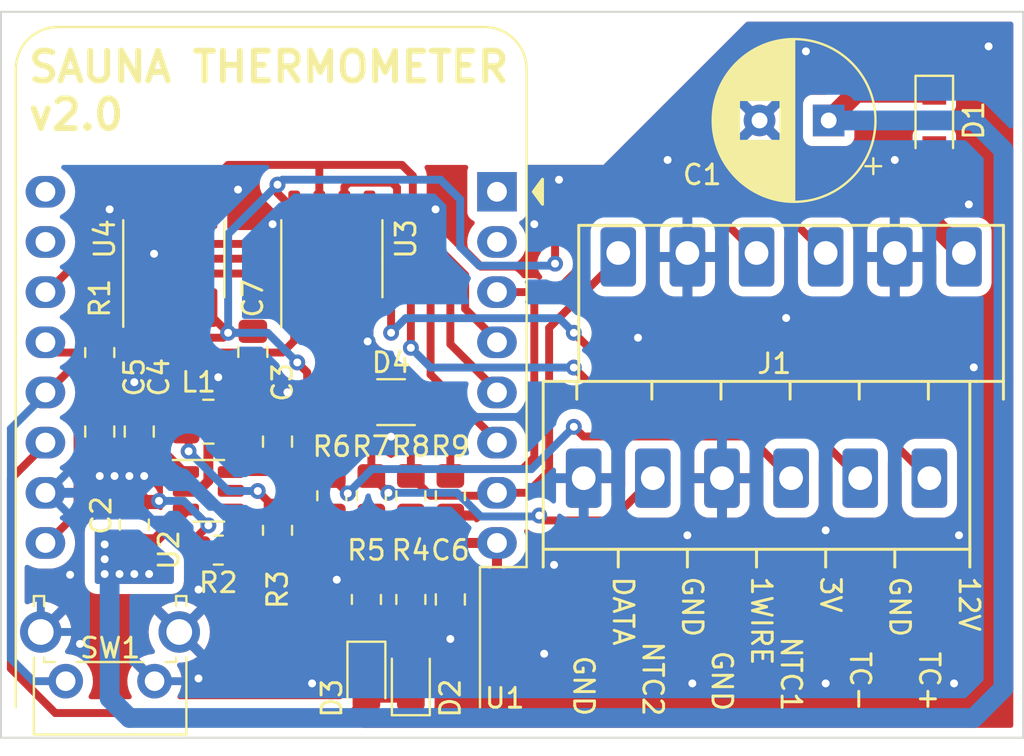
<source format=kicad_pcb>
(kicad_pcb (version 20211014) (generator pcbnew)
  (layers (0 "F.Cu" signal) (31 "B.Cu" signal) (34 "B.Paste" user) (35 "F.Paste" user) (36 "B.SilkS" user "B.Silkscreen") (37 "F.SilkS" user "F.Silkscreen") (38 "B.Mask" user) (39 "F.Mask" user) (44 "Edge.Cuts" user))
  (net 0 "")
  (net 1 "+12V")
  (net 2 "GND")
  (net 3 "+5V")
  (net 4 "+3V3")
  (net 5 "/LED")
  (net 6 "/ONEWIRE")
  (net 7 "/DOUT")
  (net 8 "/NTC1")
  (net 9 "/NTC2")
  (net 10 "/TP")
  (net 11 "/TM")
  (net 12 "/BTN")
  (net 13 "Net-(R2-Pad1)")
  (net 16 "/SCK")
  (net 17 "/MISO")
  (net 18 "/MOSI")
  (net 19 "/ADC_CS#")
  (net 20 "/TC_CS#")
  (net 24 "Net-(C3-Pad1)")
  (net 25 "Net-(C3-Pad2)")
  (net 26 "Net-(D2-Pad2)")
  (net 27 "Net-(D3-Pad1)")
  (net 28 "/+12VIN")
  (footprint "Resistor_SMD:R_0805_2012Metric_Pad1.20x1.40mm_HandSolder" (layer "F.Cu") (at 149.5 72 90)
    (fp_text reference "R9" (at 2.49 0 180) (layer "F.SilkS"))
    (fp_text value "4K7")
    (pad "1" smd roundrect (at -1 0 90) (size 1.2 1.4) (layers "F.Cu" "F.Paste" "F.Mask") (roundrect_rratio 0.2083333333) (net 4 "+3V3"))
    (pad "2" smd roundrect (at 1 0 90) (size 1.2 1.4) (layers "F.Cu" "F.Paste" "F.Mask") (roundrect_rratio 0.2083333333) (net 6 "/ONEWIRE"))
  )
  (footprint "th_hw2:WEMOS_D1_mini_light_flip" (layer "F.Cu") (at 129 56.61)
    (fp_text reference "U1" (at 23.25 25.64) (layer "F.SilkS"))
    (fp_text value "WeMos_D1_mini")
    (pad "1" thru_hole rect locked (at 22.86 0) (size 2 2) (drill 1) (layers *.Cu *.Mask))
    (pad "2" thru_hole oval locked (at 22.86 2.54) (size 2 1.6) (drill 1) (layers *.Cu *.Mask))
    (pad "3" thru_hole oval locked (at 22.86 5.08) (size 2 1.6) (drill 1) (layers *.Cu *.Mask) (net 6 "/ONEWIRE"))
    (pad "4" thru_hole oval locked (at 22.86 7.62) (size 2 1.6) (drill 1) (layers *.Cu *.Mask) (net 16 "/SCK"))
    (pad "5" thru_hole oval locked (at 22.86 10.16) (size 2 1.6) (drill 1) (layers *.Cu *.Mask) (net 17 "/MISO"))
    (pad "6" thru_hole oval locked (at 22.86 12.7) (size 2 1.6) (drill 1) (layers *.Cu *.Mask) (net 18 "/MOSI"))
    (pad "7" thru_hole oval locked (at 22.86 15.24) (size 2 1.6) (drill 1) (layers *.Cu *.Mask) (net 7 "/DOUT"))
    (pad "8" thru_hole oval locked (at 22.86 17.78) (size 2 1.6) (drill 1) (layers *.Cu *.Mask) (net 4 "+3V3"))
    (pad "9" thru_hole oval locked (at 0 17.78) (size 2 1.6) (drill 1) (layers *.Cu *.Mask) (net 3 "+5V"))
    (pad "10" thru_hole oval locked (at 0 15.24) (size 2 1.6) (drill 1) (layers *.Cu *.Mask) (net 2 "GND"))
    (pad "11" thru_hole oval locked (at 0 12.7) (size 2 1.6) (drill 1) (layers *.Cu *.Mask) (net 5 "/LED"))
    (pad "12" thru_hole oval locked (at 0 10.16) (size 2 1.6) (drill 1) (layers *.Cu *.Mask) (net 12 "/BTN"))
    (pad "13" thru_hole oval locked (at 0 7.62) (size 2 1.6) (drill 1) (layers *.Cu *.Mask) (net 19 "/ADC_CS#"))
    (pad "14" thru_hole oval locked (at 0 5.08) (size 2 1.6) (drill 1) (layers *.Cu *.Mask) (net 20 "/TC_CS#"))
    (pad "15" thru_hole oval locked (at 0 2.54) (size 2 1.6) (drill 1) (layers *.Cu *.Mask))
    (pad "16" thru_hole oval locked (at 0 0) (size 2 1.6) (drill 1) (layers *.Cu *.Mask))
  )
  (footprint "Resistor_SMD:R_0805_2012Metric_Pad1.20x1.40mm_HandSolder" (layer "F.Cu") (at 145.25 77.25 90)
    (fp_text reference "R5" (at 2.49 0 180) (layer "F.SilkS"))
    (fp_text value "120")
    (pad "1" smd roundrect (at -1 0 90) (size 1.2 1.4) (layers "F.Cu" "F.Paste" "F.Mask") (roundrect_rratio 0.2083333333) (net 27 "Net-(D3-Pad1)"))
    (pad "2" smd roundrect (at 1 0 90) (size 1.2 1.4) (layers "F.Cu" "F.Paste" "F.Mask") (roundrect_rratio 0.2083333333) (net 2 "GND"))
  )
  (footprint "Package_TO_SOT_SMD:SOT-353_SC-70-5" (layer "F.Cu") (at 146.5 67.26 180)
    (fp_text reference "D4" (at 0 2) (layer "F.SilkS"))
    (fp_text value "PESD3V3L4UG")
    (pad "1" smd rect (at -0.95 -0.65 180) (size 0.65 0.4) (layers "F.Cu" "F.Paste" "F.Mask") (net 7 "/DOUT"))
    (pad "2" smd rect (at -0.95 0 180) (size 0.65 0.4) (layers "F.Cu" "F.Paste" "F.Mask") (net 2 "GND"))
    (pad "3" smd rect (at -0.95 0.65 180) (size 0.65 0.4) (layers "F.Cu" "F.Paste" "F.Mask") (net 6 "/ONEWIRE"))
    (pad "4" smd rect (at 0.95 0.65 180) (size 0.65 0.4) (layers "F.Cu" "F.Paste" "F.Mask") (net 8 "/NTC1"))
    (pad "5" smd rect (at 0.95 -0.65 180) (size 0.65 0.4) (layers "F.Cu" "F.Paste" "F.Mask") (net 9 "/NTC2"))
  )
  (footprint "Inductor_SMD:L_1008_2520Metric_Pad1.43x2.20mm_HandSolder" (layer "F.Cu") (at 137.25 68.25 180)
    (fp_text reference "L1" (at 0.5 2 180) (layer "F.SilkS"))
    (fp_text value "1.5uH")
    (pad "1" smd roundrect (at -1.1625 0 180) (size 1.425 2.2) (layers "F.Cu" "F.Paste" "F.Mask") (roundrect_rratio 0.1754392982) (net 25 "Net-(C3-Pad2)"))
    (pad "2" smd roundrect (at 1.1625 0 180) (size 1.425 2.2) (layers "F.Cu" "F.Paste" "F.Mask") (roundrect_rratio 0.1754392982) (net 3 "+5V"))
  )
  (footprint "Button_Switch_THT:SW_Tactile_SPST_Angled_PTS645Vx31-2LFS" (layer "F.Cu") (at 134.525 81.3875 180)
    (fp_text reference "SW1" (at 2.25 1.68) (layer "F.SilkS"))
    (fp_text value "SW_Push")
    (pad "" thru_hole circle (at 5.76 2.49 180) (size 2.1 2.1) (drill 1.3) (layers *.Cu *.Mask) (net 2 "GND"))
    (pad "" thru_hole circle (at -1.25 2.49 180) (size 2.1 2.1) (drill 1.3) (layers *.Cu *.Mask) (net 2 "GND"))
    (pad "1" thru_hole circle (at 0 0 180) (size 1.75 1.75) (drill 0.99) (layers *.Cu *.Mask) (net 2 "GND"))
    (pad "2" thru_hole circle (at 4.5 0 180) (size 1.75 1.75) (drill 0.99) (layers *.Cu *.Mask) (net 12 "/BTN"))
  )
  (footprint "LED_SMD:LED_0805_2012Metric_Pad1.15x1.40mm_HandSolder" (layer "F.Cu") (at 147.5 81.25 90)
    (fp_text reference "D2" (at -1 2 90) (layer "F.SilkS"))
    (fp_text value "0603 RED")
    (pad "1" smd roundrect (at -1.025 0 90) (size 1.15 1.4) (layers "F.Cu" "F.Paste" "F.Mask") (roundrect_rratio 0.2173913043) (net 5 "/LED"))
    (pad "2" smd roundrect (at 1.025 0 90) (size 1.15 1.4) (layers "F.Cu" "F.Paste" "F.Mask") (roundrect_rratio 0.2173913043) (net 26 "Net-(D2-Pad2)"))
  )
  (footprint "Capacitor_SMD:C_0805_2012Metric_Pad1.18x1.45mm_HandSolder" (layer "F.Cu") (at 139.5 64.7125 -90)
    (fp_text reference "C7" (at -2.7125 0 90) (layer "F.SilkS"))
    (fp_text value "100nF")
    (pad "1" smd roundrect (at -1.0375 0 270) (size 1.175 1.45) (layers "F.Cu" "F.Paste" "F.Mask") (roundrect_rratio 0.2127659574) (net 4 "+3V3"))
    (pad "2" smd roundrect (at 1.0375 0 270) (size 1.175 1.45) (layers "F.Cu" "F.Paste" "F.Mask") (roundrect_rratio 0.2127659574) (net 2 "GND"))
  )
  (footprint "Capacitor_SMD:C_0805_2012Metric_Pad1.18x1.45mm_HandSolder" (layer "F.Cu") (at 140.75 69.26 90)
    (fp_text reference "C3" (at 3 0.25 90) (layer "F.SilkS"))
    (fp_text value "100nF")
    (pad "1" smd roundrect (at -1.0375 0 90) (size 1.175 1.45) (layers "F.Cu" "F.Paste" "F.Mask") (roundrect_rratio 0.2127659574) (net 24 "Net-(C3-Pad1)"))
    (pad "2" smd roundrect (at 1.0375 0 90) (size 1.175 1.45) (layers "F.Cu" "F.Paste" "F.Mask") (roundrect_rratio 0.2127659574) (net 25 "Net-(C3-Pad2)"))
  )
  (footprint "th_hw2:PHO_MKKDS_1_6_3.5" (layer "F.Cu") (at 165.9 66.11)
    (fp_text reference "J1" (at 0 -0.8 unlocked) (layer "F.SilkS"))
    (fp_text value "MKKDS_1_6_3.5")
    (pad "1" thru_hole roundrect (at 9.6 -6.4 180) (size 1.8 3) (drill 1.2 (offset 0 -0.2)) (layers *.Cu *.Mask) (roundrect_rratio 0.1388888889) (net 1 "+12V"))
    (pad "2" thru_hole roundrect (at 6.1 -6.4 180) (size 1.8 3) (drill 1.2 (offset 0 -0.2)) (layers *.Cu *.Mask) (roundrect_rratio 0.1388888889) (net 2 "GND"))
    (pad "3" thru_hole roundrect (at 2.6 -6.4 180) (size 1.8 3) (drill 1.2 (offset 0 -0.2)) (layers *.Cu *.Mask) (roundrect_rratio 0.1388888889) (net 4 "+3V3"))
    (pad "4" thru_hole roundrect (at -0.9 -6.4 180) (size 1.8 3) (drill 1.2 (offset 0 -0.2)) (layers *.Cu *.Mask) (roundrect_rratio 0.1388888889) (net 6 "/ONEWIRE"))
    (pad "5" thru_hole roundrect (at -4.4 -6.4 180) (size 1.8 3) (drill 1.2 (offset 0 -0.2)) (layers *.Cu *.Mask) (roundrect_rratio 0.1388888889) (net 2 "GND"))
    (pad "6" thru_hole roundrect (at -7.9 -6.4 180) (size 1.8 3) (drill 1.2 (offset 0 -0.2)) (layers *.Cu *.Mask) (roundrect_rratio 0.1388888889) (net 7 "/DOUT"))
    (pad "7" thru_hole roundrect (at 7.85 5 180) (size 1.8 3) (drill 1.2) (layers *.Cu *.Mask) (roundrect_rratio 0.1388888889) (net 10 "/TP"))
    (pad "8" thru_hole roundrect (at 4.35 5 180) (size 1.8 3) (drill 1.2) (layers *.Cu *.Mask) (roundrect_rratio 0.1388888889) (net 11 "/TM"))
    (pad "9" thru_hole roundrect (at 0.85 5 180) (size 1.8 3) (drill 1.2) (layers *.Cu *.Mask) (roundrect_rratio 0.1388888889) (net 8 "/NTC1"))
    (pad "10" thru_hole roundrect (at -2.65 5 180) (size 1.8 3) (drill 1.2) (layers *.Cu *.Mask) (roundrect_rratio 0.1388888889) (net 2 "GND"))
    (pad "11" thru_hole roundrect (at -6.15 5 180) (size 1.8 3) (drill 1.2) (layers *.Cu *.Mask) (roundrect_rratio 0.1388888889) (net 9 "/NTC2"))
    (pad "12" thru_hole roundrect (at -9.65 5 180) (size 1.8 3) (drill 1.2) (layers *.Cu *.Mask) (roundrect_rratio 0.1388888889) (net 2 "GND"))
  )
  (footprint "Capacitor_SMD:C_0805_2012Metric_Pad1.18x1.45mm_HandSolder" (layer "F.Cu") (at 133.75 68.75 -90)
    (fp_text reference "C4" (at -2.75 -1 90) (layer "F.SilkS"))
    (fp_text value "22uF 10V 1210")
    (pad "1" smd roundrect (at -1.0375 0 270) (size 1.175 1.45) (layers "F.Cu" "F.Paste" "F.Mask") (roundrect_rratio 0.2127659574) (net 3 "+5V"))
    (pad "2" smd roundrect (at 1.0375 0 270) (size 1.175 1.45) (layers "F.Cu" "F.Paste" "F.Mask") (roundrect_rratio 0.2127659574) (net 2 "GND"))
  )
  (footprint "Package_SO:SOIC-8_3.9x4.9mm_P1.27mm" (layer "F.Cu") (at 135.5 60 90)
    (fp_text reference "U4" (at 1 -3.5 90) (layer "F.SilkS"))
    (fp_text value "MAX31855KASA")
    (pad "1" smd roundrect (at -2.475 -1.905 90) (size 1.95 0.6) (layers "F.Cu" "F.Paste" "F.Mask") (net 2 "GND"))
    (pad "2" smd roundrect (at -2.475 -0.635 90) (size 1.95 0.6) (layers "F.Cu" "F.Paste" "F.Mask") (net 11 "/TM"))
    (pad "3" smd roundrect (at -2.475 0.635 90) (size 1.95 0.6) (layers "F.Cu" "F.Paste" "F.Mask") (net 10 "/TP"))
    (pad "4" smd roundrect (at -2.475 1.905 90) (size 1.95 0.6) (layers "F.Cu" "F.Paste" "F.Mask") (net 4 "+3V3"))
    (pad "5" smd roundrect (at 2.475 1.905 90) (size 1.95 0.6) (layers "F.Cu" "F.Paste" "F.Mask") (net 16 "/SCK"))
    (pad "6" smd roundrect (at 2.475 0.635 90) (size 1.95 0.6) (layers "F.Cu" "F.Paste" "F.Mask") (net 20 "/TC_CS#"))
    (pad "7" smd roundrect (at 2.475 -0.635 90) (size 1.95 0.6) (layers "F.Cu" "F.Paste" "F.Mask") (net 17 "/MISO"))
    (pad "8" smd roundrect (at 2.475 -1.905 90) (size 1.95 0.6) (layers "F.Cu" "F.Paste" "F.Mask"))
  )
  (footprint "Package_TO_SOT_SMD:TSOT-23-6" (layer "F.Cu") (at 137.25 71.75)
    (fp_text reference "U2" (at -2 3 90) (layer "F.SilkS"))
    (fp_text value "AP62300WU")
    (pad "1" smd roundrect (at -1.1375 -0.95) (size 1.325 0.6) (layers "F.Cu" "F.Paste" "F.Mask") (net 2 "GND"))
    (pad "2" smd roundrect (at -1.1375 0) (size 1.325 0.6) (layers "F.Cu" "F.Paste" "F.Mask") (net 25 "Net-(C3-Pad2)"))
    (pad "3" smd roundrect (at -1.1375 0.95) (size 1.325 0.6) (layers "F.Cu" "F.Paste" "F.Mask") (net 28 "/+12VIN"))
    (pad "4" smd roundrect (at 1.1375 0.95) (size 1.325 0.6) (layers "F.Cu" "F.Paste" "F.Mask") (net 13 "Net-(R2-Pad1)"))
    (pad "5" smd roundrect (at 1.1375 0) (size 1.325 0.6) (layers "F.Cu" "F.Paste" "F.Mask"))
    (pad "6" smd roundrect (at 1.1375 -0.95) (size 1.325 0.6) (layers "F.Cu" "F.Paste" "F.Mask") (net 24 "Net-(C3-Pad1)"))
  )
  (footprint "Capacitor_SMD:C_0805_2012Metric_Pad1.18x1.45mm_HandSolder" (layer "F.Cu") (at 131.75 68.75 -90)
    (fp_text reference "C5" (at -2.75 -1.75 90) (layer "F.SilkS"))
    (fp_text value "22uF 10V 1210")
    (pad "1" smd roundrect (at -1.0375 0 270) (size 1.175 1.45) (layers "F.Cu" "F.Paste" "F.Mask") (roundrect_rratio 0.2127659574) (net 3 "+5V"))
    (pad "2" smd roundrect (at 1.0375 0 270) (size 1.175 1.45) (layers "F.Cu" "F.Paste" "F.Mask") (roundrect_rratio 0.2127659574) (net 2 "GND"))
  )
  (footprint "Resistor_SMD:R_0805_2012Metric_Pad1.20x1.40mm_HandSolder" (layer "F.Cu") (at 143.5 72 90)
    (fp_text reference "R6" (at 2.49 0 180) (layer "F.SilkS"))
    (fp_text value "10K")
    (pad "1" smd roundrect (at -1 0 90) (size 1.2 1.4) (layers "F.Cu" "F.Paste" "F.Mask") (roundrect_rratio 0.2083333333) (net 4 "+3V3"))
    (pad "2" smd roundrect (at 1 0 90) (size 1.2 1.4) (layers "F.Cu" "F.Paste" "F.Mask") (roundrect_rratio 0.2083333333) (net 8 "/NTC1"))
  )
  (footprint "Capacitor_SMD:C_0805_2012Metric_Pad1.18x1.45mm_HandSolder" (layer "F.Cu") (at 133.5 73.4625 90)
    (fp_text reference "C2" (at 0.4625 -1.68 90) (layer "F.SilkS"))
    (fp_text value "10uF 25V 1210")
    (pad "1" smd roundrect (at -1.0375 0 90) (size 1.175 1.45) (layers "F.Cu" "F.Paste" "F.Mask") (roundrect_rratio 0.2127659574) (net 28 "/+12VIN"))
    (pad "2" smd roundrect (at 1.0375 0 90) (size 1.175 1.45) (layers "F.Cu" "F.Paste" "F.Mask") (roundrect_rratio 0.2127659574) (net 2 "GND"))
  )
  (footprint "LED_SMD:LED_0805_2012Metric_Pad1.15x1.40mm_HandSolder" (layer "F.Cu") (at 145.25 81.25 -90)
    (fp_text reference "D3" (at 1 1.75 90) (layer "F.SilkS"))
    (fp_text value "0603 GRN")
    (pad "1" smd roundrect (at -1.025 0 270) (size 1.15 1.4) (layers "F.Cu" "F.Paste" "F.Mask") (roundrect_rratio 0.2173913043) (net 27 "Net-(D3-Pad1)"))
    (pad "2" smd roundrect (at 1.025 0 270) (size 1.15 1.4) (layers "F.Cu" "F.Paste" "F.Mask") (roundrect_rratio 0.2173913043) (net 5 "/LED"))
  )
  (footprint "Resistor_SMD:R_0805_2012Metric_Pad1.20x1.40mm_HandSolder" (layer "F.Cu") (at 140.75 73.75 90)
    (fp_text reference "R3" (at -3 0 270) (layer "F.SilkS"))
    (fp_text value "52.3k")
    (pad "1" smd roundrect (at -1 0 90) (size 1.2 1.4) (layers "F.Cu" "F.Paste" "F.Mask") (roundrect_rratio 0.2083333333) (net 13 "Net-(R2-Pad1)"))
    (pad "2" smd roundrect (at 1 0 90) (size 1.2 1.4) (layers "F.Cu" "F.Paste" "F.Mask") (roundrect_rratio 0.2083333333) (net 3 "+5V"))
  )
  (footprint "Diode_SMD:Nexperia_CFP3_SOD-123W" (layer "F.Cu") (at 174 53 -90)
    (fp_text reference "D1" (at 0 -2 90) (layer "F.SilkS"))
    (fp_text value "PMEG40T30ER")
    (pad "1" smd rect (at -1.4 0 270) (size 1.2 1.2) (layers "F.Cu" "F.Paste" "F.Mask") (net 28 "/+12VIN"))
    (pad "2" smd rect (at 1.4 0 270) (size 1.2 1.2) (layers "F.Cu" "F.Paste" "F.Mask") (net 1 "+12V"))
  )
  (footprint "Resistor_SMD:R_0805_2012Metric_Pad1.20x1.40mm_HandSolder" (layer "F.Cu") (at 147.5 72 90)
    (fp_text reference "R8" (at 2.49 0 180) (layer "F.SilkS"))
    (fp_text value "4K7")
    (pad "1" smd roundrect (at -1 0 90) (size 1.2 1.4) (layers "F.Cu" "F.Paste" "F.Mask") (roundrect_rratio 0.2083333333) (net 4 "+3V3"))
    (pad "2" smd roundrect (at 1 0 90) (size 1.2 1.4) (layers "F.Cu" "F.Paste" "F.Mask") (roundrect_rratio 0.2083333333) (net 7 "/DOUT"))
  )
  (footprint "Resistor_SMD:R_0805_2012Metric_Pad1.20x1.40mm_HandSolder" (layer "F.Cu") (at 147.5 77.25 -90)
    (fp_text reference "R4" (at -2.49 0 180) (layer "F.SilkS"))
    (fp_text value "120")
    (pad "1" smd roundrect (at -1 0 270) (size 1.2 1.4) (layers "F.Cu" "F.Paste" "F.Mask") (roundrect_rratio 0.2083333333) (net 4 "+3V3"))
    (pad "2" smd roundrect (at 1 0 270) (size 1.2 1.4) (layers "F.Cu" "F.Paste" "F.Mask") (roundrect_rratio 0.2083333333) (net 26 "Net-(D2-Pad2)"))
  )
  (footprint "Resistor_SMD:R_0805_2012Metric_Pad1.20x1.40mm_HandSolder" (layer "F.Cu") (at 137.75 74.75 180)
    (fp_text reference "R2" (at 0 -1.65) (layer "F.SilkS"))
    (fp_text value "10k")
    (pad "1" smd roundrect (at -1 0 180) (size 1.2 1.4) (layers "F.Cu" "F.Paste" "F.Mask") (roundrect_rratio 0.2083333333) (net 13 "Net-(R2-Pad1)"))
    (pad "2" smd roundrect (at 1 0 180) (size 1.2 1.4) (layers "F.Cu" "F.Paste" "F.Mask") (roundrect_rratio 0.2083333333) (net 2 "GND"))
  )
  (footprint "Resistor_SMD:R_0805_2012Metric_Pad1.20x1.40mm_HandSolder" (layer "F.Cu") (at 131.75 64.75 -90)
    (fp_text reference "R1" (at -2.75 0 90) (layer "F.SilkS"))
    (fp_text value "10K")
    (pad "1" smd roundrect (at -1 0 270) (size 1.2 1.4) (layers "F.Cu" "F.Paste" "F.Mask") (roundrect_rratio 0.2083333333) (net 4 "+3V3"))
    (pad "2" smd roundrect (at 1 0 270) (size 1.2 1.4) (layers "F.Cu" "F.Paste" "F.Mask") (roundrect_rratio 0.2083333333) (net 12 "/BTN"))
  )
  (footprint "Capacitor_SMD:C_0805_2012Metric_Pad1.18x1.45mm_HandSolder" (layer "F.Cu") (at 149.5 77.25 -90)
    (fp_text reference "C6" (at -2.49 0 -180) (layer "F.SilkS"))
    (fp_text value "100nF")
    (pad "1" smd roundrect (at -1.0375 0 270) (size 1.175 1.45) (layers "F.Cu" "F.Paste" "F.Mask") (roundrect_rratio 0.2127659574) (net 4 "+3V3"))
    (pad "2" smd roundrect (at 1.0375 0 270) (size 1.175 1.45) (layers "F.Cu" "F.Paste" "F.Mask") (roundrect_rratio 0.2127659574) (net 2 "GND"))
  )
  (footprint "Resistor_SMD:R_0805_2012Metric_Pad1.20x1.40mm_HandSolder" (layer "F.Cu") (at 145.5 72 90)
    (fp_text reference "R7" (at 2.49 0 180) (layer "F.SilkS"))
    (fp_text value "10K")
    (pad "1" smd roundrect (at -1 0 90) (size 1.2 1.4) (layers "F.Cu" "F.Paste" "F.Mask") (roundrect_rratio 0.2083333333) (net 4 "+3V3"))
    (pad "2" smd roundrect (at 1 0 90) (size 1.2 1.4) (layers "F.Cu" "F.Paste" "F.Mask") (roundrect_rratio 0.2083333333) (net 9 "/NTC2"))
  )
  (footprint "Package_SO:SOIC-8_3.9x4.9mm_P1.27mm" (layer "F.Cu") (at 143.5 60 90)
    (fp_text reference "U3" (at 1 3.75 90) (layer "F.SilkS"))
    (fp_text value "MCP3002")
    (pad "1" smd roundrect (at -2.475 -1.905 90) (size 1.95 0.6) (layers "F.Cu" "F.Paste" "F.Mask") (net 19 "/ADC_CS#"))
    (pad "2" smd roundrect (at -2.475 -0.635 90) (size 1.95 0.6) (layers "F.Cu" "F.Paste" "F.Mask") (net 8 "/NTC1"))
    (pad "3" smd roundrect (at -2.475 0.635 90) (size 1.95 0.6) (layers "F.Cu" "F.Paste" "F.Mask") (net 9 "/NTC2"))
    (pad "4" smd roundrect (at -2.475 1.905 90) (size 1.95 0.6) (layers "F.Cu" "F.Paste" "F.Mask") (net 2 "GND"))
    (pad "5" smd roundrect (at 2.475 1.905 90) (size 1.95 0.6) (layers "F.Cu" "F.Paste" "F.Mask") (net 18 "/MOSI"))
    (pad "6" smd roundrect (at 2.475 0.635 90) (size 1.95 0.6) (layers "F.Cu" "F.Paste" "F.Mask") (net 17 "/MISO"))
    (pad "7" smd roundrect (at 2.475 -0.635 90) (size 1.95 0.6) (layers "F.Cu" "F.Paste" "F.Mask") (net 16 "/SCK"))
    (pad "8" smd roundrect (at 2.475 -1.905 90) (size 1.95 0.6) (layers "F.Cu" "F.Paste" "F.Mask") (net 4 "+3V3"))
  )
  (footprint "Capacitor_THT:CP_Radial_D8.0mm_P3.50mm" (layer "F.Cu") (at 168.652651 53 180)
    (fp_text reference "C1" (at 6.402651 -2.75) (layer "F.SilkS"))
    (fp_text value "220uF 25V")
    (pad "1" thru_hole rect (at 0 0 180) (size 1.6 1.6) (drill 0.8) (layers *.Cu *.Mask) (net 28 "/+12VIN"))
    (pad "2" thru_hole circle (at 3.5 0 180) (size 1.6 1.6) (drill 0.8) (layers *.Cu *.Mask) (net 2 "GND"))
  )
  (gr_line (start 178.5 84.25) (end 126.75 84.25) (layer "Edge.Cuts") (width 0.1))
  (gr_line (start 178.5 47.5) (end 178.5 84.25) (layer "Edge.Cuts") (width 0.1))
  (gr_line (start 126.75 84.25) (end 126.75 47.5) (layer "Edge.Cuts") (width 0.1))
  (gr_line (start 126.75 47.5) (end 178.5 47.5) (layer "Edge.Cuts") (width 0.1))
  (gr_text "12V" (at 175.765 76 270) (layer "F.SilkS") (effects (font (size 1 1)) (justify left)))
  (gr_text "DATA" (at 158.25 76 270) (layer "F.SilkS") (effects (font (size 1 1)) (justify left)))
  (gr_text "SAUNA THERMOMETER\nv2.0" (at 128 51.5) (layer "F.SilkS") (effects (font (size 1.5 1.5) (thickness 0.3)) (justify left)))
  (gr_text "GND" (at 161.75 76 270) (layer "F.SilkS") (effects (font (size 1 1)) (justify left)))
  (gr_text "TC+" (at 173.75 83 270) (layer "F.SilkS") (effects (font (size 1 1)) (justify right)))
  (gr_text "TC-" (at 170.25 83 270) (layer "F.SilkS") (effects (font (size 1 1)) (justify right)))
  (gr_text "GND" (at 172.25 76 270) (layer "F.SilkS") (effects (font (size 1 1)) (justify left)))
  (gr_text "GND" (at 156.25 83.25 270) (layer "F.SilkS") (effects (font (size 1 1)) (justify right)))
  (gr_text "3V" (at 168.75 76 270) (layer "F.SilkS") (effects (font (size 1 1)) (justify left)))
  (gr_text "GND" (at 163.25 83 270) (layer "F.SilkS") (effects (font (size 1 1)) (justify right)))
  (gr_text "NTC2" (at 159.75 83.25 270) (layer "F.SilkS") (effects (font (size 1 1)) (justify right)))
  (gr_text "NTC1" (at 166.75 83 270) (layer "F.SilkS") (effects (font (size 1 1)) (justify right)))
  (gr_text "1WIRE" (at 165.25 76 270) (layer "F.SilkS") (effects (font (size 1 1)) (justify left)))
  (segment (start 174 54.4) (end 174 58.25) (width 1) (layer "F.Cu") (net 1))
  (segment (start 174 58.25) (end 175.5 59.75) (width 1) (layer "F.Cu") (net 1))
  (segment (start 139.5 65.75) (end 140.51 66.76) (width 0.4) (layer "F.Cu") (net 2))
  (segment (start 153.2 60.4) (end 151.05 60.4) (width 0.4) (layer "F.Cu") (net 2))
  (segment (start 133.915629 72.259371) (end 134.75 72.259371) (width 0.6) (layer "F.Cu") (net 2))
  (segment (start 136.1125 70.8) (end 136.05 70.8) (width 0.4) (layer "F.Cu") (net 2))
  (segment (start 146.5 67.76) (end 146.5 69.01) (width 0.4) (layer "F.Cu") (net 2))
  (segment (start 148.75 58.1) (end 148.75 57.5) (width 0.4) (layer "F.Cu") (net 2))
  (segment (start 133.75 72.425) (end 133.915629 72.259371) (width 0.4) (layer "F.Cu") (net 2))
  (segment (start 140.51 66.76) (end 141.25 66.76) (width 0.4) (layer "F.Cu") (net 2))
  (segment (start 145.405 64.095) (end 145.312832 64.187168) (width 0.4) (layer "F.Cu") (net 2))
  (segment (start 145.405 62.475) (end 145.405 64.095) (width 0.4) (layer "F.Cu") (net 2))
  (segment (start 147 67.26) (end 146.5 67.76) (width 0.4) (layer "F.Cu") (net 2))
  (segment (start 133.7875 69.75) (end 133.75 69.7875) (width 0.4) (layer "F.Cu") (net 2))
  (segment (start 136.05 70.8) (end 135 69.75) (width 0.4) (layer "F.Cu") (net 2))
  (segment (start 135 69.75) (end 133.7875 69.75) (width 0.4) (layer "F.Cu") (net 2))
  (segment (start 153.75 59.85) (end 153.2 60.4) (width 0.4) (layer "F.Cu") (net 2))
  (segment (start 153.75 58.25) (end 153.75 59.85) (width 0.4) (layer "F.Cu") (net 2))
  (segment (start 136.75 74.75) (end 136.75 74) (width 0.4) (layer "F.Cu") (net 2))
  (segment (start 151.05 60.4) (end 148.75 58.1) (width 0.4) (layer "F.Cu") (net 2))
  (segment (start 136.75 74) (end 137.25 73.5) (width 0.4) (layer "F.Cu") (net 2))
  (segment (start 147.45 67.26) (end 147 67.26) (width 0.4) (layer "F.Cu") (net 2))
  (via (at 167.5 49.5) (size 0.8) (drill 0.4) (layers "F.Cu" "B.Cu") (net 2))
  (via (at 168.5 73.75) (size 0.8) (drill 0.4) (layers "F.Cu" "B.Cu") (net 2))
  (via (at 134.5 59.75) (size 0.8) (drill 0.4) (layers "F.Cu" "B.Cu") (net 2))
  (via (at 137.75 66) (size 0.8) (drill 0.4) (layers "F.Cu" "B.Cu") (net 2))
  (via (at 136.75 76.75) (size 0.8) (drill 0.4) (layers "F.Cu" "B.Cu") (net 2))
  (via (at 131.75 71) (size 0.8) (drill 0.4) (layers "F.Cu" "B.Cu") (net 2))
  (via (at 161.75 81.5) (size 0.8) (drill 0.4) (layers "F.Cu" "B.Cu") (net 2))
  (via (at 175.75 57.25) (size 0.8) (drill 0.4) (layers "F.Cu" "B.Cu") (net 2))
  (via (at 154.75 75.5) (size 0.8) (drill 0.4) (layers "F.Cu" "B.Cu") (net 2))
  (via (at 160.5 55) (size 0.8) (drill 0.4) (layers "F.Cu" "B.Cu") (net 2))
  (via (at 138.75 56.5) (size 0.8) (drill 0.4) (layers "F.Cu" "B.Cu") (net 2))
  (via (at 154.25 80) (size 0.8) (drill 0.4) (layers "F.Cu" "B.Cu") (net 2))
  (via (at 176.75 49.25) (size 0.8) (drill 0.4) (layers "F.Cu" "B.Cu") (net 2))
  (via (at 149.5 79.25) (size 0.8) (drill 0.4) (layers "F.Cu" "B.Cu") (net 2))
  (via (at 145.312832 64.187168) (size 0.8) (drill 0.4) (layers "F.Cu" "B.Cu") (net 2))
  (via (at 176 65.5) (size 0.8) (drill 0.4) (layers "F.Cu" "B.Cu") (net 2))
  (via (at 134.75 72.259371) (size 0.8) (drill 0.4) (layers "F.Cu" "B.Cu") (net 2))
  (via (at 153.75 58.25) (size 0.8) (drill 0.4) (layers "F.Cu" "B.Cu") (net 2))
  (via (at 148.75 57.5) (size 0.8) (drill 0.4) (layers "F.Cu" "B.Cu") (net 2))
  (via (at 146.5 69.01) (size 0.8) (drill 0.4) (layers "F.Cu" "B.Cu") (net 2))
  (via (at 137.25 73.5) (size 0.8) (drill 0.4) (layers "F.Cu" "B.Cu") (net 2))
  (via (at 141.25 66.76) (size 0.8) (drill 0.4) (layers "F.Cu" "B.Cu") (net 2))
  (via (at 132.25 57.5) (size 0.8) (drill 0.4) (layers "F.Cu" "B.Cu") (net 2))
  (via (at 133.5 66.25) (size 0.8) (drill 0.4) (layers "F.Cu" "B.Cu") (net 2))
  (via (at 130.75 79.5) (size 0.8) (drill 0.4) (layers "F.Cu" "B.Cu") (net 2))
  (via (at 140.5 58.25) (size 0.8) (drill 0.4) (layers "F.Cu" "B.Cu") (net 2))
  (via (at 166.5 63) (size 0.8) (drill 0.4) (layers "F.Cu" "B.Cu") (net 2))
  (via (at 172 55) (size 0.8) (drill 0.4) (layers "F.Cu" "B.Cu") (net 2))
  (via (at 159 64) (size 0.8) (drill 0.4) (layers "F.Cu" "B.Cu") (net 2))
  (via (at 143.75 76.25) (size 0.8) (drill 0.4) (layers "F.Cu" "B.Cu") (net 2))
  (via (at 130.25 76) (size 0.8) (drill 0.4) (layers "F.Cu" "B.Cu") (net 2))
  (via (at 161.5 74) (size 0.8) (drill 0.4) (layers "F.Cu" "B.Cu") (net 2))
  (via (at 134 71) (size 0.8) (drill 0.4) (layers "F.Cu" "B.Cu") (net 2))
  (via (at 133.25 71) (size 0.8) (drill 0.4) (layers "F.Cu" "B.Cu") (net 2))
  (via (at 132.5 71) (size 0.8) (drill 0.4) (layers "F.Cu" "B.Cu") (net 2))
  (via (at 175 81.5) (size 0.8) (drill 0.4) (layers "F.Cu" "B.Cu") (net 2))
  (via (at 142.5 81.5) (size 0.8) (drill 0.4) (layers "F.Cu" "B.Cu") (net 2))
  (via (at 136.75 81.25) (size 0.8) (drill 0.4) (layers "F.Cu" "B.Cu") (net 2))
  (via (at 155 56) (size 0.8) (drill 0.4) (layers "F.Cu" "B.Cu") (net 2))
  (via (at 175.25 74) (size 0.8) (drill 0.4) (layers "F.Cu" "B.Cu") (net 2))
  (via (at 168.5 81.5) (size 0.8) (drill 0.4) (layers "F.Cu" "B.Cu") (net 2))
  (segment (start 137.24 73.5) (end 135.999371 72.259371) (width 0.4) (layer "B.Cu") (net 2))
  (segment (start 130.435 70.5) (end 131.25 70.5) (width 0.4) (layer "B.Cu") (net 2))
  (segment (start 136.6125 81.3875) (end 136.75 81.25) (width 0.4) (layer "B.Cu") (net 2))
  (segment (start 134.525 81.3875) (end 136.6125 81.3875) (width 0.4) (layer "B.Cu") (net 2))
  (segment (start 146.76 68.75) (end 146.5 69.01) (width 0.4) (layer "B.Cu") (net 2))
  (segment (start 128.765 76.485) (end 129.25 76) (width 0.4) (layer "B.Cu") (net 2))
  (segment (start 137.25 73.5) (end 137.24 73.5) (width 0.4) (layer "B.Cu") (net 2))
  (segment (start 156.5 67.01) (end 159 64.51) (width 0.4) (layer "B.Cu") (net 2))
  (segment (start 130.5 73.25) (end 132.5 71.25) (width 0.4) (layer "B.Cu") (net 2))
  (segment (start 135.999371 72.259371) (end 134.75 72.259371) (width 0.4) (layer "B.Cu") (net 2))
  (segment (start 129.1 71.85) (end 130.5 73.25) (width 0.4) (layer "B.Cu") (net 2))
  (segment (start 128.765 78.8975) (end 130.6475 78.8975) (width 0.4) (layer "B.Cu") (net 2))
  (segment (start 130.6475 78.8975) (end 130.75 79) (width 0.4) (layer "B.Cu") (net 2))
  (segment (start 154 68.01) (end 155 67.01) (width 0.4) (layer "B.Cu") (net 2))
  (segment (start 132.5 71.25) (end 132.5 71) (width 0.4) (layer "B.Cu") (net 2))
  (segment (start 148.5 68.75) (end 149.24 68.01) (width 0.4) (layer "B.Cu") (net 2))
  (segment (start 159 64.51) (end 159 64) (width 0.4) (layer "B.Cu") (net 2))
  (segment (start 155 67.01) (end 156.5 67.01) (width 0.4) (layer "B.Cu") (net 2))
  (segment (start 148.5 68.75) (end 146.76 68.75) (width 0.4) (layer "B.Cu") (net 2))
  (segment (start 130.75 79) (end 130.75 79.5) (width 0.4) (layer "B.Cu") (net 2))
  (segment (start 128.765 78.8975) (end 128.765 76.485) (width 0.4) (layer "B.Cu") (net 2))
  (segment (start 129.085 71.85) (end 130.435 70.5) (width 0.4) (layer "B.Cu") (net 2))
  (segment (start 131.25 70.5) (end 131.75 71) (width 0.4) (layer "B.Cu") (net 2))
  (segment (start 149.24 68.01) (end 154 68.01) (width 0.4) (layer "B.Cu") (net 2))
  (segment (start 129.25 76) (end 130.25 76) (width 0.4) (layer "B.Cu") (net 2))
  (segment (start 129.085 71.85) (end 129.1 71.85) (width 0.4) (layer "B.Cu") (net 2))
  (segment (start 131.75 67.7125) (end 130.625 68.8375) (width 0.4) (layer "F.Cu") (net 3))
  (segment (start 130.625 72.85) (end 129.085 74.39) (width 0.4) (layer "F.Cu") (net 3))
  (segment (start 140.74 72.75) (end 139.75 71.76) (width 0.4) (layer "F.Cu") (net 3))
  (segment (start 131.75 67.7125) (end 133.75 67.7125) (width 0.6) (layer "F.Cu") (net 3))
  (segment (start 136.25 68.4125) (end 136.0875 68.25) (width 0.4) (layer "F.Cu") (net 3))
  (segment (start 130.625 68.8375) (end 130.625 72.85) (width 0.4) (layer "F.Cu") (net 3))
  (segment (start 133.75 67.7125) (end 135.55 67.7125) (width 0.6) (layer "F.Cu") (net 3))
  (segment (start 135.55 67.7125) (end 136.0875 68.25) (width 0.4) (layer "F.Cu") (net 3))
  (segment (start 140.75 72.75) (end 140.74 72.75) (width 0.4) (layer "F.Cu") (net 3))
  (segment (start 136.25 69.75) (end 136.25 68.4125) (width 0.4) (layer "F.Cu") (net 3))
  (via (at 136.25 69.75) (size 0.8) (drill 0.4) (layers "F.Cu" "B.Cu") (net 3))
  (via (at 139.75 71.76) (size 0.8) (drill 0.4) (layers "F.Cu" "B.Cu") (net 3))
  (segment (start 138.26 71.76) (end 139.75 71.76) (width 0.4) (layer "B.Cu") (net 3))
  (segment (start 136.25 69.75) (end 138.26 71.76) (width 0.4) (layer "B.Cu") (net 3))
  (segment (start 151.2875 76.2125) (end 149.5 76.2125) (width 0.4) (layer "F.Cu") (net 4))
  (segment (start 154.8 60.25) (end 154.8 58.2) (width 0.4) (layer "F.Cu") (net 4))
  (segment (start 151.86 74.39) (end 142.89 74.39) (width 0.4) (layer "F.Cu") (net 4))
  (segment (start 137.405 62.475) (end 137.405 62.905) (width 0.4) (layer "F.Cu") (net 4))
  (segment (start 154.8 58.2) (end 156.5 56.5) (width 0.4) (layer "F.Cu") (net 4))
  (segment (start 151.86 75.64) (end 151.2875 76.2125) (width 0.4) (layer "F.Cu") (net 4))
  (segment (start 137.405 62.905) (end 138.25 63.75) (width 0.4) (layer "F.Cu") (net 4))
  (segment (start 138 64) (end 138.25 63.75) (width 0.4) (layer "F.Cu") (net 4))
  (segment (start 165.25 56.5) (end 168.5 59.75) (width 0.4) (layer "F.Cu") (net 4))
  (segment (start 142.25 65.75) (end 141.75 65.25) (width 0.4) (layer "F.Cu") (net 4))
  (segment (start 141.595 57.525) (end 140.75 56.68) (width 0.4) (layer "F.Cu") (net 4))
  (segment (start 151.86 74.39) (end 151.86 75.64) (width 0.4) (layer "F.Cu") (net 4))
  (segment (start 142.89 74.39) (end 142.25 73.75) (width 0.4) (layer "F.Cu") (net 4))
  (segment (start 140.75 56.68) (end 140.75 56.25) (width 0.4) (layer "F.Cu") (net 4))
  (segment (start 138.25 63.75) (end 139.425 63.75) (width 0.4) (layer "F.Cu") (net 4))
  (segment (start 139.425 63.75) (end 139.5 63.675) (width 0.4) (layer "F.Cu") (net 4))
  (segment (start 132 64) (end 138 64) (width 0.4) (layer "F.Cu") (net 4))
  (segment (start 131.75 63.75) (end 132 64) (width 0.4) (layer "F.Cu") (net 4))
  (segment (start 156.5 56.5) (end 165.25 56.5) (width 0.4) (layer "F.Cu") (net 4))
  (segment (start 142.25 73.75) (end 142.25 65.75) (width 0.4) (layer "F.Cu") (net 4))
  (via (at 140.75 56.25) (size 0.8) (drill 0.4) (layers "F.Cu" "B.Cu") (net 4))
  (via (at 138.25 63.75) (size 0.8) (drill 0.4) (layers "F.Cu" "B.Cu") (net 4))
  (via (at 154.8 60.25) (size 0.8) (drill 0.4) (layers "F.Cu" "B.Cu") (net 4))
  (via (at 141.75 65.25) (size 0.8) (drill 0.4) (layers "F.Cu" "B.Cu") (net 4))
  (segment (start 138.25 63.75) (end 140.25 63.75) (width 0.4) (layer "B.Cu") (net 4))
  (segment (start 150.95 60.35) (end 150 59.4) (width 0.4) (layer "B.Cu") (net 4))
  (segment (start 140.75 56.25) (end 138.25 58.75) (width 0.4) (layer "B.Cu") (net 4))
  (segment (start 141 56) (end 140.75 56.25) (width 0.4) (layer "B.Cu") (net 4))
  (segment (start 150 59.4) (end 150 57) (width 0.4) (layer "B.Cu") (net 4))
  (segment (start 149 56) (end 141 56) (width 0.4) (layer "B.Cu") (net 4))
  (segment (start 140.25 63.75) (end 141.75 65.25) (width 0.4) (layer "B.Cu") (net 4))
  (segment (start 138.25 58.75) (end 138.25 63.75) (width 0.4) (layer "B.Cu") (net 4))
  (segment (start 150 57) (end 149 56) (width 0.4) (layer "B.Cu") (net 4))
  (segment (start 154.7 60.35) (end 150.95 60.35) (width 0.4) (layer "B.Cu") (net 4))
  (segment (start 154.8 60.25) (end 154.7 60.35) (width 0.4) (layer "B.Cu") (net 4))
  (segment (start 145.5 82.275) (end 147.5 82.275) (width 0.4) (layer "F.Cu") (net 5))
  (segment (start 127.25 71.145) (end 127.25 80.75) (width 0.4) (layer "F.Cu") (net 5))
  (segment (start 129.085 69.31) (end 127.25 71.145) (width 0.4) (layer "F.Cu") (net 5))
  (segment (start 127.25 80.75) (end 129.5 83) (width 0.4) (layer "F.Cu") (net 5))
  (segment (start 129.5 83) (end 144.525 83) (width 0.4) (layer "F.Cu") (net 5))
  (segment (start 144.525 83) (end 145.25 82.275) (width 0.4) (layer "F.Cu") (net 5))
  (segment (start 153.69 61.69) (end 151.945 61.69) (width 0.4) (layer "F.Cu") (net 6))
  (segment (start 148.1 66.61) (end 147.45 66.61) (width 0.4) (layer "F.Cu") (net 6))
  (segment (start 149.5 68.01) (end 148.1 66.61) (width 0.4) (layer "F.Cu") (net 6))
  (segment (start 162.75 57.5) (end 157 57.5) (width 0.4) (layer "F.Cu") (net 6))
  (segment (start 157 57.5) (end 156 58.5) (width 0.4) (layer "F.Cu") (net 6))
  (segment (start 156 58.5) (end 156 60.5) (width 0.4) (layer "F.Cu") (net 6))
  (segment (start 153.15 70.65) (end 153.75 70.05) (width 0.4) (layer "F.Cu") (net 6))
  (segment (start 153.75 61.75) (end 153.69 61.69) (width 0.4) (layer "F.Cu") (net 6))
  (segment (start 154.75 61.75) (end 153.75 61.75) (width 0.4) (layer "F.Cu") (net 6))
  (segment (start 149.5 71) (end 149.5 68.01) (width 0.4) (layer "F.Cu") (net 6))
  (segment (start 149.85 70.65) (end 153.15 70.65) (width 0.4) (layer "F.Cu") (net 6))
  (segment (start 153.75 70.05) (end 153.75 61.75) (width 0.4) (layer "F.Cu") (net 6))
  (segment (start 149.5 71) (end 149.85 70.65) (width 0.4) (layer "F.Cu") (net 6))
  (segment (start 156 60.5) (end 154.75 61.75) (width 0.4) (layer "F.Cu") (net 6))
  (segment (start 165 59.75) (end 162.75 57.5) (width 0.4) (layer "F.Cu") (net 6))
  (segment (start 148.425 71.925) (end 147.5 71) (width 0.4) (layer "F.Cu") (net 7))
  (segment (start 151.87 71.925) (end 151.795 72) (width 0.4) (layer "F.Cu") (net 7))
  (segment (start 154.5 70.75) (end 154.5 63.5) (width 0.4) (layer "F.Cu") (net 7))
  (segment (start 153.4 71.85) (end 154.5 70.75) (width 0.4) (layer "F.Cu") (net 7))
  (segment (start 151.945 71.85) (end 153.4 71.85) (width 0.4) (layer "F.Cu") (net 7))
  (segment (start 151.945 71.85) (end 151.87 71.925) (width 0.25) (layer "F.Cu") (net 7))
  (segment (start 158 60) (end 158 59.75) (width 0.4) (layer "F.Cu") (net 7))
  (segment (start 148.5 72) (end 148.425 71.925) (width 0.4) (layer "F.Cu") (net 7))
  (segment (start 154.5 63.5) (end 158 60) (width 0.4) (layer "F.Cu") (net 7))
  (segment (start 151.795 72) (end 148.5 72) (width 0.4) (layer "F.Cu") (net 7))
  (segment (start 147.5 67.96) (end 147.45 67.91) (width 0.4) (layer "F.Cu") (net 7))
  (segment (start 147.5 71) (end 147.5 67.96) (width 0.4) (layer "F.Cu") (net 7))
  (segment (start 142.865 64.615) (end 144.65 66.4) (width 0.4) (layer "F.Cu") (net 8))
  (segment (start 143.5 68.5) (end 143.75 68.25) (width 0.4) (layer "F.Cu") (net 8))
  (segment (start 145.55 66.61) (end 144.65 66.61) (width 0.4) (layer "F.Cu") (net 8))
  (segment (start 143.5 71) (end 143.5 71.072698) (width 0.4) (layer "F.Cu") (net 8))
  (segment (start 166.75 71.15) (end 164.6 69) (width 0.4) (layer "F.Cu") (net 8))
  (segment (start 144.65 67.35) (end 143.75 68.25) (width 0.4) (layer "F.Cu") (net 8))
  (segment (start 144.65 66.61) (end 144.65 67.35) (width 0.4) (layer "F.Cu") (net 8))
  (segment (start 142.865 62.475) (end 142.865 64.615) (width 0.4) (layer "F.Cu") (net 8))
  (segment (start 143.5 71) (end 143.5 68.5) (width 0.4) (layer "F.Cu") (net 8))
  (segment (start 144.65 66.4) (end 144.65 66.61) (width 0.4) (layer "F.Cu") (net 8))
  (segment (start 156.24 69) (end 155.75 68.51) (width 0.4) (layer "F.Cu") (net 8))
  (segment (start 164.6 69) (end 156.24 69) (width 0.4) (layer "F.Cu") (net 8))
  (segment (start 143.5 71.072698) (end 144.30599 71.878688) (width 0.4) (layer "F.Cu") (net 8))
  (segment (start 143.75 68.25) (end 144.5 67.5) (width 0.4) (layer "F.Cu") (net 8))
  (via (at 144.30599 71.878688) (size 0.8) (drill 0.4) (layers "F.Cu" "B.Cu") (net 8))
  (via (at 155.75 68.51) (size 0.8) (drill 0.4) (layers "F.Cu" "B.Cu") (net 8))
  (segment (start 153.61 70.65) (end 155.75 68.51) (width 0.4) (layer "B.Cu") (net 8))
  (segment (start 145.534678 70.65) (end 153.61 70.65) (width 0.4) (layer "B.Cu") (net 8))
  (segment (start 144.30599 71.878688) (end 145.534678 70.65) (width 0.4) (layer "B.Cu") (net 8))
  (segment (start 145.55 67.71) (end 145.55 67.91) (width 0.4) (layer "F.Cu") (net 9))
  (segment (start 144.135 64.645) (end 145 65.51) (width 0.4) (layer "F.Cu") (net 9))
  (segment (start 146.5 66.76) (end 145.55 67.71) (width 0.4) (layer "F.Cu") (net 9))
  (segment (start 144.135 62.475) (end 144.135 64.645) (width 0.4) (layer "F.Cu") (net 9))
  (segment (start 145.5 71) (end 145.513326 71) (width 0.4) (layer "F.Cu") (net 9))
  (segment (start 157.65 73.25) (end 159.75 71.15) (width 0.4) (layer "F.Cu") (net 9))
  (segment (start 145.5 71) (end 145.5 67.96) (width 0.4) (layer "F.Cu") (net 9))
  (segment (start 145.513326 71) (end 146.362978 71.849652) (width 0.4) (layer "F.Cu") (net 9))
  (segment (start 154.25 73.25) (end 157.65 73.25) (width 0.4) (layer "F.Cu") (net 9))
  (segment (start 154 73) (end 154.25 73.25) (width 0.4) (layer "F.Cu") (net 9))
  (segment (start 146.5 66.01) (end 146.5 66.76) (width 0.4) (layer "F.Cu") (net 9))
  (segment (start 146 65.51) (end 146.5 66.01) (width 0.4) (layer "F.Cu") (net 9))
  (segment (start 145.5 67.96) (end 145.55 67.91) (width 0.4) (layer "F.Cu") (net 9))
  (segment (start 145 65.51) (end 146 65.51) (width 0.4) (layer "F.Cu") (net 9))
  (via (at 146.362978 71.849652) (size 0.8) (drill 0.4) (layers "F.Cu" "B.Cu") (net 9))
  (via (at 154 73) (size 0.8) (drill 0.4) (layers "F.Cu" "B.Cu") (net 9))
  (segment (start 149.839652 71.849652) (end 151.04 73.05) (width 0.4) (layer "B.Cu") (net 9))
  (segment (start 146.362978 71.849652) (end 149.839652 71.849652) (width 0.4) (layer "B.Cu") (net 9))
  (segment (start 151.04 73.05) (end 153.95 73.05) (width 0.4) (layer "B.Cu") (net 9))
  (segment (start 153.95 73.05) (end 154 73) (width 0.4) (layer "B.Cu") (net 9))
  (segment (start 145.75 60.75) (end 146.5 61.5) (width 0.4) (layer "F.Cu") (net 10))
  (segment (start 173.75 71.15) (end 169.6 67) (width 0.4) (layer "F.Cu") (net 10))
  (segment (start 169.6 67) (end 159 67) (width 0.4) (layer "F.Cu") (net 10))
  (segment (start 159 67) (end 155.75 63.75) (width 0.4) (layer "F.Cu") (net 10))
  (segment (start 146.5 61.5) (end 146.5 63.75) (width 0.4) (layer "F.Cu") (net 10))
  (segment (start 136.135 62.475) (end 136.135 61.615) (width 0.4) (layer "F.Cu") (net 10))
  (segment (start 136.135 61.615) (end 137 60.75) (width 0.4) (layer "F.Cu") (net 10))
  (segment (start 137 60.75) (end 145.75 60.75) (width 0.4) (layer "F.Cu") (net 10))
  (via (at 155.75 63.75) (size 0.8) (drill 0.4) (layers "F.Cu" "B.Cu") (net 10))
  (via (at 146.5 63.75) (size 0.8) (drill 0.4) (layers "F.Cu" "B.Cu") (net 10))
  (segment (start 155.01 63.01) (end 155.75 63.75) (width 0.4) (layer "B.Cu") (net 10))
  (segment (start 147.24 63.01) (end 155.01 63.01) (width 0.4) (layer "B.Cu") (net 10))
  (segment (start 146.5 63.75) (end 147.24 63.01) (width 0.4) (layer "B.Cu") (net 10))
  (segment (start 147.5 61.5) (end 147.5 64.51) (width 0.4) (layer "F.Cu") (net 11))
  (segment (start 134.865 62.475) (end 134.865 61.385) (width 0.4) (layer "F.Cu") (net 11))
  (segment (start 134.865 61.385) (end 136.25 60) (width 0.4) (layer "F.Cu") (net 11))
  (segment (start 146 60) (end 147.5 61.5) (width 0.4) (layer "F.Cu") (net 11))
  (segment (start 170.25 71.15) (end 167.1 68) (width 0.4) (layer "F.Cu") (net 11))
  (segment (start 158.24 68) (end 155.75 65.51) (width 0.4) (layer "F.Cu") (net 11))
  (segment (start 167.1 68) (end 158.24 68) (width 0.4) (layer "F.Cu") (net 11))
  (segment (start 136.25 60) (end 146 60) (width 0.4) (layer "F.Cu") (net 11))
  (via (at 147.5 64.51) (size 0.8) (drill 0.4) (layers "F.Cu" "B.Cu") (net 11))
  (via (at 155.75 65.51) (size 0.8) (drill 0.4) (layers "F.Cu" "B.Cu") (net 11))
  (segment (start 155.75 65.51) (end 148.5 65.51) (width 0.4) (layer "B.Cu") (net 11))
  (segment (start 148.5 65.51) (end 147.5 64.51) (width 0.4) (layer "B.Cu") (net 11))
  (segment (start 129.085 66.77) (end 130.355 65.5) (width 0.4) (layer "F.Cu") (net 12))
  (segment (start 130.355 65.5) (end 131.75 65.5) (width 0.4) (layer "F.Cu") (net 12))
  (segment (start 128.3875 81.3875) (end 127.25 80.25) (width 0.4) (layer "B.Cu") (net 12))
  (segment (start 127.25 68.605) (end 129.085 66.77) (width 0.4) (layer "B.Cu") (net 12))
  (segment (start 130.025 81.3875) (end 128.3875 81.3875) (width 0.4) (layer "B.Cu") (net 12))
  (segment (start 127.25 80.25) (end 127.25 68.605) (width 0.4) (layer "B.Cu") (net 12))
  (segment (start 138.75 74.75) (end 140.75 74.75) (width 0.4) (layer "F.Cu") (net 13))
  (segment (start 138.3875 72.7) (end 138.3875 74.3875) (width 0.4) (layer "F.Cu") (net 13))
  (segment (start 138.3875 74.3875) (end 138.75 74.75) (width 0.4) (layer "F.Cu") (net 13))
  (segment (start 137.405 56.095) (end 138.25 55.25) (width 0.4) (layer "F.Cu") (net 16))
  (segment (start 147.6 58.175) (end 150.25 60.825) (width 0.4) (layer "F.Cu") (net 16))
  (segment (start 138.25 55.25) (end 147.05 55.25) (width 0.4) (layer "F.Cu") (net 16))
  (segment (start 150.25 60.825) (end 150.25 62.535) (width 0.4) (layer "F.Cu") (net 16))
  (segment (start 147.6 55.8) (end 147.6 58.175) (width 0.4) (layer "F.Cu") (net 16))
  (segment (start 147.05 55.25) (end 147.6 55.8) (width 0.4) (layer "F.Cu") (net 16))
  (segment (start 137.405 57.525) (end 137.405 56.095) (width 0.4) (layer "F.Cu") (net 16))
  (segment (start 150.25 62.535) (end 151.945 64.23) (width 0.4) (layer "F.Cu") (net 16))
  (segment (start 142.865 57.525) (end 142.865 55.25) (width 0.4) (layer "F.Cu") (net 16))
  (segment (start 136 59.25) (end 144 59.25) (width 0.4) (layer "F.Cu") (net 17))
  (segment (start 144.135 56.365) (end 144.35 56.15) (width 0.4) (layer "F.Cu") (net 17))
  (segment (start 134.865 57.525) (end 134.865 58.115) (width 0.4) (layer "F.Cu") (net 17))
  (segment (start 134.865 58.115) (end 136 59.25) (width 0.4) (layer "F.Cu") (net 17))
  (segment (start 146.8 58.55) (end 149.5 61.25) (width 0.4) (layer "F.Cu") (net 17))
  (segment (start 144 59.25) (end 144.135 59.115) (width 0.4) (layer "F.Cu") (net 17))
  (segment (start 146.55 56.15) (end 146.8 56.4) (width 0.4) (layer "F.Cu") (net 17))
  (segment (start 149.5 61.25) (end 149.5 64.325) (width 0.4) (layer "F.Cu") (net 17))
  (segment (start 146.8 56.4) (end 146.8 58.55) (width 0.4) (layer "F.Cu") (net 17))
  (segment (start 144.35 56.15) (end 146.55 56.15) (width 0.4) (layer "F.Cu") (net 17))
  (segment (start 144.135 59.115) (end 144.135 56.365) (width 0.4) (layer "F.Cu") (net 17))
  (segment (start 149.5 64.325) (end 151.945 66.77) (width 0.4) (layer "F.Cu") (net 17))
  (segment (start 148.5 61.425) (end 145.405 58.33) (width 0.4) (layer "F.Cu") (net 18))
  (segment (start 151.945 69.31) (end 148.5 65.865) (width 0.4) (layer "F.Cu") (net 18))
  (segment (start 148.5 65.865) (end 148.5 61.425) (width 0.4) (layer "F.Cu") (net 18))
  (segment (start 145.405 58.33) (end 145.405 57.525) (width 0.4) (layer "F.Cu") (net 18))
  (segment (start 141.595 64.155) (end 141.595 62.475) (width 0.4) (layer "F.Cu") (net 19))
  (segment (start 129.085 64.23) (end 129.605 64.75) (width 0.4) (layer "F.Cu") (net 19))
  (segment (start 129.605 64.75) (end 141 64.75) (width 0.4) (layer "F.Cu") (net 19))
  (segment (start 141 64.75) (end 141.595 64.155) (width 0.4) (layer "F.Cu") (net 19))
  (segment (start 131 57) (end 131 59.775) (width 0.4) (layer "F.Cu") (net 20))
  (segment (start 135.75 56) (end 132 56) (width 0.4) (layer "F.Cu") (net 20))
  (segment (start 131 59.775) (end 129.085 61.69) (width 0.4) (layer "F.Cu") (net 20))
  (segment (start 132 56) (end 131 57) (width 0.4) (layer "F.Cu") (net 20))
  (segment (start 136.135 56.385) (end 135.75 56) (width 0.4) (layer "F.Cu") (net 20))
  (segment (start 136.135 57.525) (end 136.135 56.385) (width 0.4) (layer "F.Cu") (net 20))
  (segment (start 140.2475 70.8) (end 140.75 70.2975) (width 0.4) (layer "F.Cu") (net 24))
  (segment (start 138.3875 70.8) (end 140.2475 70.8) (width 0.4) (layer "F.Cu") (net 24))
  (segment (start 138.4125 68.25) (end 137.25 69.4125) (width 0.5) (layer "F.Cu") (net 25))
  (segment (start 140.75 68.2225) (end 140.7225 68.25) (width 0.4) (layer "F.Cu") (net 25))
  (segment (start 137.25 71.25) (end 136.75 71.75) (width 0.5) (layer "F.Cu") (net 25))
  (segment (start 136.75 71.75) (end 136.602817 71.75) (width 0.5) (layer "F.Cu") (net 25))
  (segment (start 136.602817 71.75) (end 136.1125 71.75) (width 0.4) (layer "F.Cu") (net 25))
  (segment (start 137.25 69.4125) (end 137.25 71.25) (width 0.5) (layer "F.Cu") (net 25))
  (segment (start 140.7225 68.25) (end 138.4125 68.25) (width 0.4) (layer "F.Cu") (net 25))
  (segment (start 147.5 78.25) (end 147.5 80.225) (width 0.4) (layer "F.Cu") (net 26))
  (segment (start 145.5 78.25) (end 145.5 80.225) (width 0.4) (layer "F.Cu") (net 27))
  (segment (start 174 51.6) (end 170.052651 51.6) (width 1) (layer "F.Cu") (net 28))
  (segment (start 134 74.25) (end 133.75 74.5) (width 0.6) (layer "F.Cu") (net 28))
  (segment (start 134.5625 74.25) (end 134 74.25) (width 0.6) (layer "F.Cu") (net 28))
  (segment (start 170.052651 51.6) (end 168.652651 53) (width 1) (layer "F.Cu") (net 28))
  (segment (start 136.1125 72.7) (end 134.5625 74.25) (width 0.6) (layer "F.Cu") (net 28))
  (via (at 132 75.2125) (size 0.8) (drill 0.4) (layers "F.Cu" "B.Cu") (net 28))
  (via (at 133.5 75.9625) (size 0.8) (drill 0.4) (layers "F.Cu" "B.Cu") (net 28))
  (via (at 134.25 75.9625) (size 0.8) (drill 0.4) (layers "F.Cu" "B.Cu") (net 28))
  (via (at 132.75 75.9625) (size 0.8) (drill 0.4) (layers "F.Cu" "B.Cu") (net 28))
  (via (at 132 74.4625) (size 0.8) (drill 0.4) (layers "F.Cu" "B.Cu") (net 28))
  (via (at 132 75.9625) (size 0.8) (drill 0.4) (layers "F.Cu" "B.Cu") (net 28))
  (segment (start 177.5 54.5) (end 177.5 66) (width 1) (layer "B.Cu") (net 28))
  (segment (start 132.25 76.2125) (end 132.25 82.25) (width 1) (layer "B.Cu") (net 28))
  (segment (start 132 75.9625) (end 132.25 76.2125) (width 1) (layer "B.Cu") (net 28))
  (segment (start 176 83.25) (end 177.5 81.75) (width 1) (layer "B.Cu") (net 28))
  (segment (start 168.652651 53) (end 176 53) (width 1) (layer "B.Cu") (net 28))
  (segment (start 177.5 81.75) (end 177.5 66) (width 1) (layer "B.Cu") (net 28))
  (segment (start 132.25 82.25) (end 133.25 83.25) (width 1) (layer "B.Cu") (net 28))
  (segment (start 133.25 83.25) (end 176 83.25) (width 1) (layer "B.Cu") (net 28))
  (segment (start 176 53) (end 177.5 54.5) (width 1) (layer "B.Cu") (net 28))
  (zone (net 4) (net_name "+3V3") (layer "F.Cu") (priority 2) (connect_pads (clearance 0.508)) (min_thickness 0.254) (fill yes (thermal_gap 0.508) (thermal_bridge_width 0.508))
    (polygon (pts (xy 151.25 73.25) (xy 152.75 73.25) (xy 153.25 73.75) (xy 153.25 75.5) (xy 152.75 76) (xy 150.5 76) (xy 150 76.75) (xy 149.25 76.75) (xy 149 76.75) (xy 147 76.75) (xy 146.5 75.25) (xy 146.5 75) (xy 143 75) (xy 142.75 74.5) (xy 142.75 72.5) (xy 143 72.5) (xy 150.25 72.5)))
  )
  (zone (net 28) (net_name "/+12VIN") (layers F&B.Cu) (priority 1) (connect_pads (clearance 0.508)) (min_thickness 0.254) (fill yes (thermal_gap 0.508) (thermal_bridge_width 0.508))
    (polygon (pts (xy 135.5 76.4625) (xy 131.5 76.4625) (xy 131.5 73.7125) (xy 133.75 73.7125) (xy 135.5 75.26)))
  )
  (zone (net 0) (net_name "") (layer "F.Cu") (connect_pads (clearance 0)) (min_thickness 0.254)
    (keepout (tracks allowed) (vias allowed) (pads allowed) (copperpour not_allowed) (footprints allowed))
    (fill (thermal_gap 0.508) (thermal_bridge_width 0.508))
    (polygon (pts (xy 137.75 76) (xy 136.25 76) (xy 135.75 76) (xy 135.75 73.75) (xy 137.75 73.75)))
  )
  (zone (net 2) (net_name "GND") (layers F&B.Cu) (connect_pads (clearance 0.5)) (min_thickness 0.25) (fill yes (thermal_gap 0.5) (thermal_bridge_width 0.5))
    (polygon (pts (xy 178 83.75) (xy 127.5 83.75) (xy 127.5 55.25) (xy 157.25 55.25) (xy 164.5 48) (xy 178 48)))
  )
  (zone (net 0) (net_name "") (layer "B.Cu") (connect_pads (clearance 0)) (min_thickness 0.254)
    (keepout (tracks allowed) (vias allowed) (pads allowed) (copperpour not_allowed) (footprints allowed))
    (fill (thermal_gap 0.508) (thermal_bridge_width 0.508))
    (polygon (pts (xy 136.25 71.76) (xy 137.25 72.76) (xy 137.5 72.76) (xy 138 73.26) (xy 138 73.76) (xy 137.5 74.26) (xy 137 74.26) (xy 136.5 73.76) (xy 136.5 73.51) (xy 135.75 72.76) (xy 135.25 72.76) (xy 135 73.01) (xy 134.5 73.01) (xy 134 72.51) (xy 134 72.01) (xy 134.5 71.51) (xy 135 71.51) (xy 135.25 71.76)))
  )
)
</source>
